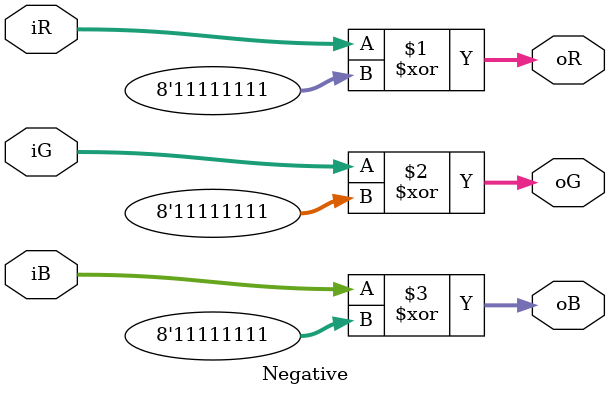
<source format=v>
module Negative(
	iR,
	iG,
	iB,
	oR,
	oG,
	oB
);
input		[7:0]	iR;
input		[7:0]	iG;
input		[7:0]	iB;
output      [7:0]   oR;
output      [7:0]   oG;
output      [7:0]   oB;

assign oR = ((iR ^ 8'b1111_1111)); 
assign oG = ((iG ^ 8'b1111_1111)); 
assign oB = ((iB ^ 8'b1111_1111)); 

endmodule // HSI
</source>
